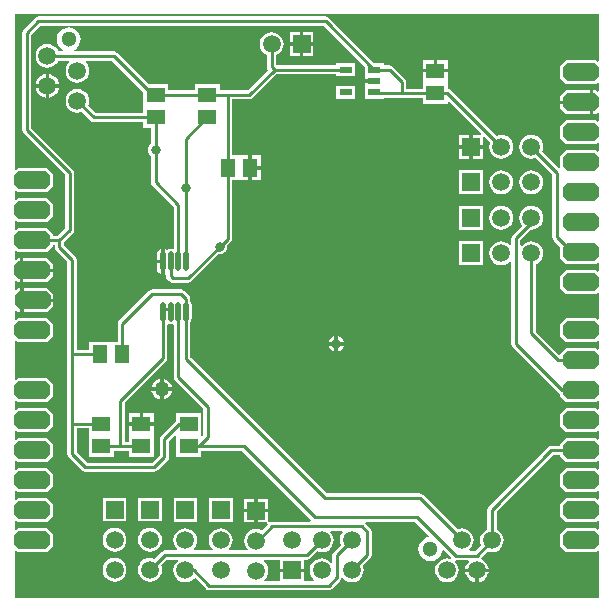
<source format=gbl>
%FSAX42Y42*%
%MOMM*%
G71*
G01*
G75*
G04 Layer_Physical_Order=2*
G04 Layer_Color=16711680*
%ADD10R,0.80X0.33*%
%ADD11R,0.33X0.80*%
%ADD12R,1.30X1.60*%
%ADD13R,1.60X1.30*%
%ADD14C,0.24*%
%ADD15C,0.25*%
G04:AMPARAMS|DCode=16|XSize=3mm|YSize=1.5mm|CornerRadius=0mm|HoleSize=0mm|Usage=FLASHONLY|Rotation=0.000|XOffset=0mm|YOffset=0mm|HoleType=Round|Shape=Octagon|*
%AMOCTAGOND16*
4,1,8,1.50,-0.38,1.50,0.38,1.13,0.75,-1.13,0.75,-1.50,0.38,-1.50,-0.38,-1.13,-0.75,1.13,-0.75,1.50,-0.38,0.0*
%
%ADD16OCTAGOND16*%

%ADD17C,1.50*%
%ADD18C,1.30*%
%ADD19R,1.50X1.50*%
%ADD20R,1.50X1.50*%
%ADD21C,0.80*%
%ADD22C,1.27*%
%ADD23O,0.48X1.65*%
%ADD24R,1.10X0.60*%
G36*
X007473Y007074D02*
X007461Y007069D01*
X007448Y007082D01*
X007198D01*
X007148Y007031D01*
Y006931D01*
X007198Y006881D01*
X007448D01*
X007461Y006894D01*
X007473Y006889D01*
Y006820D01*
X007461Y006815D01*
X007448Y006828D01*
X007428D01*
Y006727D01*
Y006627D01*
X007448D01*
X007461Y006640D01*
X007473Y006635D01*
Y006566D01*
X007461Y006561D01*
X007448Y006574D01*
X007198D01*
X007148Y006523D01*
Y006423D01*
X007198Y006373D01*
X007448D01*
X007461Y006386D01*
X007473Y006381D01*
Y006312D01*
X007461Y006307D01*
X007448Y006320D01*
X007198D01*
X007148Y006269D01*
Y006174D01*
X007136Y006169D01*
X006993Y006312D01*
X006998Y006324D01*
X007001Y006350D01*
X006998Y006376D01*
X006988Y006401D01*
X006972Y006422D01*
X006951Y006438D01*
X006926Y006448D01*
X006900Y006451D01*
X006874Y006448D01*
X006849Y006438D01*
X006828Y006422D01*
X006812Y006401D01*
X006802Y006376D01*
X006799Y006350D01*
X006802Y006324D01*
X006812Y006299D01*
X006828Y006278D01*
X006849Y006262D01*
X006874Y006252D01*
X006900Y006249D01*
X006926Y006252D01*
X006938Y006257D01*
X007081Y006114D01*
Y005583D01*
X007084Y005568D01*
X007093Y005555D01*
X007148Y005500D01*
Y005407D01*
X007198Y005357D01*
X007448D01*
X007461Y005370D01*
X007473Y005365D01*
Y005296D01*
X007461Y005291D01*
X007448Y005304D01*
X007198D01*
X007148Y005253D01*
Y005153D01*
X007198Y005103D01*
X007448D01*
X007461Y005116D01*
X007473Y005111D01*
Y004889D01*
X007461Y004884D01*
X007448Y004897D01*
X007198D01*
X007148Y004847D01*
Y004747D01*
X007198Y004696D01*
X007448D01*
X007461Y004709D01*
X007473Y004704D01*
Y004635D01*
X007461Y004630D01*
X007448Y004643D01*
X007198D01*
X007148Y004593D01*
Y004593D01*
X007136Y004588D01*
X006938Y004786D01*
Y005357D01*
X006951Y005362D01*
X006972Y005378D01*
X006988Y005399D01*
X006998Y005424D01*
X007001Y005450D01*
X006998Y005476D01*
X006988Y005501D01*
X006972Y005522D01*
X006951Y005538D01*
X006926Y005548D01*
X006900Y005551D01*
X006874Y005548D01*
X006849Y005538D01*
X006828Y005522D01*
X006821Y005512D01*
X006809Y005516D01*
Y005559D01*
X006899Y005649D01*
X006900Y005649D01*
X006926Y005652D01*
X006951Y005662D01*
X006972Y005678D01*
X006988Y005699D01*
X006998Y005724D01*
X007001Y005750D01*
X006998Y005776D01*
X006988Y005801D01*
X006972Y005822D01*
X006951Y005838D01*
X006926Y005848D01*
X006900Y005851D01*
X006874Y005848D01*
X006849Y005838D01*
X006828Y005822D01*
X006812Y005801D01*
X006802Y005776D01*
X006799Y005750D01*
X006802Y005724D01*
X006812Y005699D01*
X006824Y005684D01*
X006743Y005602D01*
X006734Y005590D01*
X006731Y005575D01*
Y005524D01*
X006719Y005520D01*
X006718Y005522D01*
X006697Y005538D01*
X006672Y005548D01*
X006646Y005551D01*
X006620Y005548D01*
X006595Y005538D01*
X006574Y005522D01*
X006558Y005501D01*
X006548Y005476D01*
X006545Y005450D01*
X006548Y005424D01*
X006558Y005399D01*
X006574Y005378D01*
X006595Y005362D01*
X006620Y005352D01*
X006646Y005349D01*
X006672Y005352D01*
X006697Y005362D01*
X006718Y005378D01*
X006719Y005380D01*
X006731Y005376D01*
Y004683D01*
X006731Y004683D01*
X006731D01*
X006734Y004668D01*
X006743Y004655D01*
X007136Y004261D01*
D01*
X007136D01*
Y004261D01*
D01*
X007136D01*
Y004261D01*
X007136D01*
X007136Y004261D01*
Y004261D01*
X007136Y004261D01*
Y004261D01*
X007148Y004254D01*
Y004239D01*
X007198Y004188D01*
X007448D01*
X007461Y004201D01*
X007473Y004196D01*
Y004127D01*
X007461Y004122D01*
X007448Y004135D01*
X007198D01*
X007148Y004085D01*
Y003985D01*
X007198Y003934D01*
X007448D01*
X007461Y003947D01*
X007473Y003942D01*
Y003873D01*
X007461Y003868D01*
X007448Y003881D01*
X007198D01*
X007148Y003831D01*
Y003820D01*
X007071D01*
X007056Y003817D01*
X007043Y003808D01*
X006541Y003306D01*
X006533Y003293D01*
X006530Y003278D01*
Y003112D01*
X006518Y003107D01*
X006497Y003091D01*
X006481Y003070D01*
X006471Y003045D01*
X006467Y003019D01*
X006471Y002993D01*
X006476Y002981D01*
X006423Y002929D01*
X006382D01*
X006378Y002941D01*
X006386Y002947D01*
X006402Y002968D01*
X006412Y002993D01*
X006416Y003019D01*
X006412Y003045D01*
X006402Y003070D01*
X006386Y003091D01*
X006365Y003107D01*
X006341Y003117D01*
X006315Y003120D01*
X006288Y003117D01*
X006277Y003112D01*
X005983Y003405D01*
X005971Y003413D01*
X005956Y003416D01*
X005171D01*
X004016Y004571D01*
Y004866D01*
X004024Y004877D01*
X004028Y004897D01*
Y005013D01*
X004024Y005033D01*
X004016Y005044D01*
Y005065D01*
X004013Y005080D01*
X004005Y005092D01*
X003965Y005132D01*
X003952Y005141D01*
X003938Y005144D01*
X003692D01*
X003678Y005141D01*
X003665Y005132D01*
X003413Y004880D01*
X003404Y004867D01*
X003401Y004853D01*
Y004700D01*
X003350D01*
D01*
D01*
X003350Y004700D01*
X003340D01*
Y004700D01*
X003160D01*
Y004634D01*
X003051D01*
Y005395D01*
X003048Y005410D01*
X003040Y005422D01*
X002945Y005517D01*
Y005543D01*
X003022Y005620D01*
X003031Y005633D01*
X003031Y005633D01*
X003031Y005633D01*
X003034Y005647D01*
Y006128D01*
X003031Y006142D01*
X003022Y006155D01*
X002669Y006509D01*
Y007301D01*
X002744Y007376D01*
X005144D01*
X005492Y007028D01*
Y006947D01*
Y006922D01*
X005572D01*
Y006893D01*
X005492D01*
Y006852D01*
Y006757D01*
X005653D01*
Y006766D01*
X005985D01*
Y006715D01*
X006195D01*
Y006729D01*
X006207Y006734D01*
X006479Y006462D01*
X006474Y006450D01*
X006407D01*
Y006365D01*
X006492D01*
Y006432D01*
X006504Y006437D01*
X006553Y006388D01*
X006548Y006376D01*
X006545Y006350D01*
X006548Y006324D01*
X006558Y006299D01*
X006574Y006278D01*
X006595Y006262D01*
X006620Y006252D01*
X006646Y006249D01*
X006672Y006252D01*
X006697Y006262D01*
X006718Y006278D01*
X006734Y006299D01*
X006744Y006324D01*
X006747Y006350D01*
X006744Y006376D01*
X006734Y006401D01*
X006718Y006422D01*
X006697Y006438D01*
X006672Y006448D01*
X006646Y006451D01*
X006620Y006448D01*
X006608Y006443D01*
X006218Y006832D01*
X006206Y006841D01*
X006195Y006843D01*
Y006895D01*
D01*
Y006895D01*
X006195Y006895D01*
Y006905D01*
X006195D01*
Y006980D01*
X005985D01*
Y006905D01*
X005985Y006905D01*
X005985Y006895D01*
X005985D01*
Y006844D01*
X005844D01*
Y006900D01*
X005841Y006912D01*
X005841Y006915D01*
X005832Y006927D01*
X005730Y007030D01*
X005717Y007038D01*
X005703Y007041D01*
X005653D01*
Y007058D01*
X005572D01*
X005187Y007442D01*
X005175Y007451D01*
X005160Y007454D01*
X002727D01*
X002713Y007451D01*
X002700Y007442D01*
X002603Y007345D01*
X002594Y007332D01*
X002591Y007318D01*
Y006493D01*
X002591Y006493D01*
X002591D01*
X002594Y006478D01*
X002603Y006465D01*
X002956Y006111D01*
Y005664D01*
X002890Y005598D01*
X002852D01*
Y005609D01*
X002802Y005659D01*
X002552D01*
X002539Y005646D01*
X002527Y005651D01*
Y005720D01*
X002539Y005725D01*
X002552Y005712D01*
X002802D01*
X002852Y005763D01*
Y005863D01*
X002802Y005913D01*
X002552D01*
X002539Y005900D01*
X002527Y005905D01*
Y005974D01*
X002539Y005979D01*
X002552Y005966D01*
X002802D01*
X002852Y006017D01*
Y006117D01*
X002802Y006167D01*
X002552D01*
X002539Y006154D01*
X002527Y006159D01*
Y007473D01*
X007473D01*
Y007074D01*
D02*
G37*
G36*
X003847Y004846D02*
X003864Y004849D01*
X003874Y004841D01*
Y004403D01*
X003874Y004403D01*
X003874D01*
X003877Y004388D01*
X003885Y004375D01*
X004126Y004134D01*
Y003909D01*
X004117Y003900D01*
X004105Y003904D01*
Y003905D01*
D01*
Y003905D01*
X004105Y003905D01*
Y003915D01*
X004105D01*
Y004095D01*
X003895D01*
Y004032D01*
X003768Y003905D01*
X003759Y003892D01*
X003756Y003878D01*
Y003739D01*
X003694Y003676D01*
X003139D01*
X003051Y003764D01*
Y003966D01*
X003155D01*
Y003915D01*
X003155Y003915D01*
X003155Y003905D01*
X003155D01*
Y003725D01*
X003365D01*
Y003776D01*
X003495D01*
Y003725D01*
X003705D01*
Y003905D01*
D01*
Y003905D01*
X003705Y003905D01*
Y003915D01*
X003705D01*
Y003990D01*
X003495D01*
Y003915D01*
X003495Y003915D01*
X003495Y003905D01*
X003495D01*
Y003854D01*
X003461D01*
Y004184D01*
X003810Y004533D01*
X003818Y004545D01*
X003819Y004548D01*
X003821Y004560D01*
Y004841D01*
X003831Y004849D01*
X003847Y004846D01*
D02*
G37*
G36*
X002867Y005501D02*
X002870Y005486D01*
X002879Y005474D01*
X002974Y005379D01*
Y003747D01*
X002974Y003747D01*
X002974D01*
X002977Y003733D01*
X002985Y003720D01*
X003095Y003610D01*
X003095D01*
X003095Y003610D01*
X003095D01*
X003095Y003610D01*
Y003610D01*
X003095Y003610D01*
Y003610D01*
X003108Y003602D01*
X003123Y003599D01*
X003710D01*
X003725Y003602D01*
X003737Y003610D01*
X003822Y003695D01*
X003831Y003708D01*
X003834Y003722D01*
X003834Y003722D01*
X003834Y003722D01*
Y003722D01*
Y003861D01*
X003883Y003910D01*
X003895Y003906D01*
Y003905D01*
X003895D01*
Y003725D01*
X004105D01*
Y003776D01*
X004449D01*
X005037Y003188D01*
X005032Y003176D01*
X004705D01*
X004690Y003173D01*
X004685Y003170D01*
X004678Y003173D01*
X004678Y003173D01*
X004673Y003176D01*
Y003256D01*
X004588D01*
Y003170D01*
X004666D01*
X004668Y003165D01*
D01*
X004671Y003158D01*
X004619Y003106D01*
X004599Y003114D01*
X004573Y003118D01*
X004547Y003114D01*
X004522Y003104D01*
X004501Y003088D01*
X004485Y003067D01*
X004475Y003043D01*
X004472Y003017D01*
X004475Y002990D01*
X004485Y002966D01*
X004501Y002945D01*
X004496Y002934D01*
X004347D01*
X004343Y002946D01*
X004345Y002947D01*
X004361Y002968D01*
X004371Y002993D01*
X004374Y003019D01*
X004371Y003045D01*
X004361Y003070D01*
X004345Y003091D01*
X004324Y003107D01*
X004299Y003117D01*
X004273Y003120D01*
X004247Y003117D01*
X004222Y003107D01*
X004201Y003091D01*
X004185Y003070D01*
X004175Y003045D01*
X004172Y003019D01*
X004175Y002993D01*
X004185Y002968D01*
X004201Y002947D01*
X004203Y002946D01*
X004199Y002934D01*
X004047D01*
X004043Y002946D01*
X004045Y002947D01*
X004061Y002968D01*
X004071Y002993D01*
X004074Y003019D01*
X004071Y003045D01*
X004061Y003070D01*
X004045Y003091D01*
X004024Y003107D01*
X003999Y003117D01*
X003973Y003120D01*
X003947Y003117D01*
X003922Y003107D01*
X003901Y003091D01*
X003885Y003070D01*
X003875Y003045D01*
X003872Y003019D01*
X003875Y002993D01*
X003885Y002968D01*
X003901Y002947D01*
X003903Y002946D01*
X003899Y002934D01*
X003798D01*
X003783Y002931D01*
X003771Y002922D01*
X003711Y002863D01*
X003699Y002868D01*
X003673Y002871D01*
X003647Y002868D01*
X003622Y002858D01*
X003601Y002842D01*
X003585Y002821D01*
X003575Y002796D01*
X003572Y002770D01*
X003575Y002744D01*
X003585Y002719D01*
X003601Y002698D01*
X003622Y002682D01*
X003647Y002672D01*
X003673Y002669D01*
X003699Y002672D01*
X003724Y002682D01*
X003745Y002698D01*
X003761Y002719D01*
X003771Y002744D01*
X003774Y002770D01*
X003771Y002796D01*
X003766Y002808D01*
X003814Y002856D01*
X003907D01*
X003911Y002844D01*
X003901Y002837D01*
X003885Y002816D01*
X003875Y002791D01*
X003872Y002765D01*
X003875Y002739D01*
X003885Y002714D01*
X003901Y002693D01*
X003922Y002677D01*
X003947Y002667D01*
X003973Y002664D01*
X003999Y002667D01*
X004024Y002677D01*
X004045Y002693D01*
X004046Y002695D01*
X004059Y002696D01*
X004148Y002608D01*
X004160Y002599D01*
X004175Y002596D01*
X005185D01*
X005200Y002599D01*
X005212Y002608D01*
X005282Y002678D01*
X005291Y002690D01*
X005292Y002697D01*
X005305Y002700D01*
X005309Y002693D01*
X005330Y002677D01*
X005355Y002667D01*
X005381Y002664D01*
X005407Y002667D01*
X005432Y002677D01*
X005453Y002693D01*
X005469Y002714D01*
X005479Y002739D01*
X005482Y002765D01*
X005479Y002791D01*
X005474Y002803D01*
X005537Y002866D01*
X005546Y002879D01*
X005549Y002894D01*
Y003092D01*
X005546Y003107D01*
X005537Y003120D01*
X005496Y003162D01*
X005500Y003174D01*
X005921D01*
X006038Y003057D01*
X006034Y003045D01*
X006021Y003043D01*
X005997Y003033D01*
X005976Y003017D01*
X005960Y002996D01*
X005950Y002971D01*
X005946Y002945D01*
X005950Y002919D01*
X005960Y002894D01*
X005976Y002873D01*
X005997Y002857D01*
X006021Y002847D01*
X006047Y002844D01*
X006074Y002847D01*
X006098Y002857D01*
X006119Y002873D01*
X006135Y002894D01*
X006145Y002919D01*
X006147Y002932D01*
X006159Y002936D01*
X006222Y002873D01*
X006215Y002862D01*
X006214Y002863D01*
X006188Y002866D01*
X006161Y002863D01*
X006137Y002853D01*
X006116Y002837D01*
X006100Y002816D01*
X006090Y002791D01*
X006086Y002765D01*
X006090Y002739D01*
X006100Y002714D01*
X006116Y002693D01*
X006137Y002677D01*
X006161Y002667D01*
X006188Y002664D01*
X006214Y002667D01*
X006238Y002677D01*
X006259Y002693D01*
X006275Y002714D01*
X006285Y002739D01*
X006289Y002765D01*
X006285Y002791D01*
X006275Y002816D01*
X006259Y002837D01*
X006257Y002838D01*
X006260Y002851D01*
X006369D01*
X006373Y002839D01*
X006370Y002837D01*
X006354Y002816D01*
X006344Y002791D01*
X006342Y002780D01*
X006541D01*
X006539Y002791D01*
X006529Y002816D01*
X006513Y002837D01*
X006492Y002853D01*
X006478Y002859D01*
X006475Y002871D01*
X006531Y002926D01*
X006542Y002921D01*
X006568Y002918D01*
X006595Y002921D01*
X006619Y002931D01*
X006640Y002947D01*
X006656Y002968D01*
X006666Y002993D01*
X006670Y003019D01*
X006666Y003045D01*
X006656Y003070D01*
X006640Y003091D01*
X006619Y003107D01*
X006607Y003112D01*
Y003262D01*
X007087Y003742D01*
X007148D01*
Y003731D01*
X007198Y003680D01*
X007448D01*
X007461Y003693D01*
X007473Y003688D01*
Y003619D01*
X007461Y003614D01*
X007448Y003627D01*
X007198D01*
X007148Y003577D01*
Y003477D01*
X007198Y003426D01*
X007448D01*
X007461Y003439D01*
X007473Y003434D01*
Y003365D01*
X007461Y003360D01*
X007448Y003373D01*
X007198D01*
X007148Y003323D01*
Y003223D01*
X007198Y003172D01*
X007448D01*
X007461Y003185D01*
X007473Y003180D01*
Y003111D01*
X007461Y003106D01*
X007448Y003119D01*
X007198D01*
X007148Y003069D01*
Y002969D01*
X007198Y002918D01*
X007448D01*
X007461Y002931D01*
X007473Y002926D01*
Y002527D01*
X002527D01*
Y002926D01*
X002539Y002931D01*
X002552Y002918D01*
X002802D01*
X002852Y002969D01*
Y003069D01*
X002802Y003119D01*
X002552D01*
X002539Y003106D01*
X002527Y003111D01*
Y003180D01*
X002539Y003185D01*
X002552Y003172D01*
X002802D01*
X002852Y003223D01*
Y003323D01*
X002802Y003373D01*
X002552D01*
X002539Y003360D01*
X002527Y003365D01*
Y003434D01*
X002539Y003439D01*
X002552Y003426D01*
X002802D01*
X002852Y003477D01*
Y003577D01*
X002802Y003627D01*
X002552D01*
X002539Y003614D01*
X002527Y003619D01*
Y003688D01*
X002539Y003693D01*
X002552Y003680D01*
X002802D01*
X002852Y003731D01*
Y003831D01*
X002802Y003881D01*
X002552D01*
X002539Y003868D01*
X002527Y003873D01*
Y003942D01*
X002539Y003947D01*
X002552Y003934D01*
X002802D01*
X002852Y003985D01*
Y004085D01*
X002802Y004135D01*
X002552D01*
X002539Y004122D01*
X002527Y004127D01*
Y004196D01*
X002539Y004201D01*
X002552Y004188D01*
X002802D01*
X002852Y004239D01*
Y004339D01*
X002802Y004389D01*
X002552D01*
X002539Y004376D01*
X002527Y004381D01*
Y004704D01*
X002539Y004709D01*
X002552Y004696D01*
X002802D01*
X002852Y004747D01*
Y004847D01*
X002802Y004897D01*
X002552D01*
X002539Y004884D01*
X002527Y004889D01*
Y004961D01*
X002539Y004966D01*
X002554Y004950D01*
X002575D01*
Y005051D01*
Y005151D01*
X002554D01*
X002539Y005136D01*
X002527Y005141D01*
Y005212D01*
X002539Y005217D01*
X002552Y005204D01*
X002572D01*
Y005305D01*
Y005405D01*
X002552D01*
X002539Y005392D01*
X002527Y005397D01*
Y005466D01*
X002539Y005471D01*
X002552Y005458D01*
X002802D01*
X002852Y005509D01*
Y005520D01*
X002867D01*
Y005501D01*
D02*
G37*
G36*
X005307Y003087D02*
X005293Y003069D01*
X005283Y003045D01*
X005280Y003019D01*
X005283Y002993D01*
X005288Y002981D01*
X005228Y002920D01*
X005219Y002908D01*
X005216Y002893D01*
Y002833D01*
X005204Y002829D01*
X005199Y002836D01*
X005178Y002852D01*
X005153Y002863D01*
X005127Y002866D01*
X005101Y002863D01*
X005076Y002852D01*
X005055Y002836D01*
X005039Y002815D01*
X005029Y002791D01*
X005026Y002765D01*
X005029Y002739D01*
X005039Y002714D01*
X005055Y002693D01*
X005065Y002686D01*
X005061Y002674D01*
X004973D01*
Y002750D01*
X004773D01*
Y002674D01*
X004642D01*
X004638Y002686D01*
X004645Y002691D01*
X004661Y002712D01*
X004671Y002736D01*
X004674Y002762D01*
X004671Y002789D01*
X004661Y002813D01*
X004645Y002834D01*
X004632Y002844D01*
X004636Y002856D01*
X004773D01*
Y002780D01*
X004973D01*
Y002856D01*
X005003D01*
X005018Y002859D01*
X005031Y002868D01*
X005089Y002926D01*
X005101Y002921D01*
X005127Y002918D01*
X005153Y002921D01*
X005178Y002931D01*
X005199Y002947D01*
X005215Y002968D01*
X005225Y002993D01*
X005228Y003019D01*
X005225Y003045D01*
X005215Y003069D01*
X005201Y003087D01*
X005207Y003099D01*
X005301D01*
X005307Y003087D01*
D02*
G37*
%LPC*%
G36*
X003788Y004388D02*
Y004315D01*
X003860D01*
X003859Y004323D01*
X003850Y004345D01*
X003836Y004363D01*
X003817Y004378D01*
X003796Y004387D01*
X003788Y004388D01*
D02*
G37*
G36*
X005235Y004667D02*
X005186D01*
X005186Y004665D01*
X005193Y004650D01*
X005203Y004636D01*
X005217Y004625D01*
X005233Y004619D01*
X005235Y004619D01*
Y004667D01*
D02*
G37*
G36*
X005314D02*
X005265D01*
Y004619D01*
X005267Y004619D01*
X005283Y004625D01*
X005297Y004636D01*
X005307Y004650D01*
X005314Y004665D01*
X005314Y004667D01*
D02*
G37*
G36*
X003758Y004285D02*
X003685D01*
X003686Y004277D01*
X003695Y004255D01*
X003709Y004237D01*
X003728Y004222D01*
X003749Y004213D01*
X003758Y004212D01*
Y004285D01*
D02*
G37*
G36*
X003860D02*
X003788D01*
Y004212D01*
X003796Y004213D01*
X003817Y004222D01*
X003836Y004237D01*
X003850Y004255D01*
X003859Y004277D01*
X003860Y004285D01*
D02*
G37*
G36*
X003758Y004388D02*
X003749Y004387D01*
X003728Y004378D01*
X003709Y004363D01*
X003695Y004345D01*
X003686Y004323D01*
X003685Y004315D01*
X003758D01*
Y004388D01*
D02*
G37*
G36*
X002855Y005036D02*
X002605D01*
Y004950D01*
X002805D01*
X002855Y005001D01*
Y005036D01*
D02*
G37*
G36*
X002805Y005151D02*
X002605D01*
Y005066D01*
X002855D01*
Y005101D01*
X002805Y005151D01*
D02*
G37*
G36*
X002852Y005290D02*
X002602D01*
Y005204D01*
X002802D01*
X002852Y005255D01*
Y005290D01*
D02*
G37*
G36*
X005235Y004746D02*
X005233Y004746D01*
X005217Y004740D01*
X005203Y004729D01*
X005193Y004715D01*
X005186Y004700D01*
X005186Y004697D01*
X005235D01*
Y004746D01*
D02*
G37*
G36*
X005265D02*
Y004697D01*
X005314D01*
X005314Y004700D01*
X005307Y004715D01*
X005297Y004729D01*
X005283Y004740D01*
X005267Y004746D01*
X005265Y004746D01*
D02*
G37*
G36*
X006426Y002750D02*
X006342D01*
X006344Y002739D01*
X006354Y002714D01*
X006370Y002693D01*
X006391Y002677D01*
X006415Y002667D01*
X006426Y002666D01*
Y002750D01*
D02*
G37*
G36*
X003705Y004095D02*
X003615D01*
Y004020D01*
X003705D01*
Y004095D01*
D02*
G37*
G36*
X003373Y002871D02*
X003347Y002868D01*
X003322Y002858D01*
X003301Y002842D01*
X003285Y002821D01*
X003275Y002796D01*
X003272Y002770D01*
X003275Y002744D01*
X003285Y002719D01*
X003301Y002698D01*
X003322Y002682D01*
X003347Y002672D01*
X003373Y002669D01*
X003399Y002672D01*
X003424Y002682D01*
X003445Y002698D01*
X003461Y002719D01*
X003471Y002744D01*
X003474Y002770D01*
X003471Y002796D01*
X003461Y002821D01*
X003445Y002842D01*
X003424Y002858D01*
X003399Y002868D01*
X003373Y002871D01*
D02*
G37*
G36*
X004073Y003373D02*
X003873D01*
Y003173D01*
X004073D01*
Y003373D01*
D02*
G37*
G36*
X004373D02*
X004173D01*
Y003173D01*
X004373D01*
Y003373D01*
D02*
G37*
G36*
X003373Y003125D02*
X003347Y003122D01*
X003322Y003112D01*
X003301Y003096D01*
X003285Y003075D01*
X003275Y003050D01*
X003272Y003024D01*
X003275Y002998D01*
X003285Y002973D01*
X003301Y002952D01*
X003322Y002936D01*
X003347Y002926D01*
X003373Y002923D01*
X003399Y002926D01*
X003424Y002936D01*
X003445Y002952D01*
X003461Y002973D01*
X003471Y002998D01*
X003474Y003024D01*
X003471Y003050D01*
X003461Y003075D01*
X003445Y003096D01*
X003424Y003112D01*
X003399Y003122D01*
X003373Y003125D01*
D02*
G37*
G36*
X003673D02*
X003647Y003122D01*
X003622Y003112D01*
X003601Y003096D01*
X003585Y003075D01*
X003575Y003050D01*
X003572Y003024D01*
X003575Y002998D01*
X003585Y002973D01*
X003601Y002952D01*
X003622Y002936D01*
X003647Y002926D01*
X003673Y002923D01*
X003699Y002926D01*
X003724Y002936D01*
X003745Y002952D01*
X003761Y002973D01*
X003771Y002998D01*
X003774Y003024D01*
X003771Y003050D01*
X003761Y003075D01*
X003745Y003096D01*
X003724Y003112D01*
X003699Y003122D01*
X003673Y003125D01*
D02*
G37*
G36*
X004558Y003256D02*
X004473D01*
Y003170D01*
X004558D01*
Y003256D01*
D02*
G37*
G36*
X004673Y003371D02*
X004588D01*
Y003285D01*
X004673D01*
Y003371D01*
D02*
G37*
G36*
X006541Y002750D02*
X006457D01*
Y002666D01*
X006468Y002667D01*
X006492Y002677D01*
X006513Y002693D01*
X006529Y002714D01*
X006539Y002739D01*
X006541Y002750D01*
D02*
G37*
G36*
X003585Y004095D02*
X003495D01*
Y004020D01*
X003585D01*
Y004095D01*
D02*
G37*
G36*
X003473Y003378D02*
X003273D01*
Y003178D01*
X003473D01*
Y003378D01*
D02*
G37*
G36*
X003773D02*
X003573D01*
Y003178D01*
X003773D01*
Y003378D01*
D02*
G37*
G36*
X004558Y003371D02*
X004473D01*
Y003285D01*
X004558D01*
Y003371D01*
D02*
G37*
G36*
X003767Y005365D02*
X003732D01*
Y005322D01*
X003736Y005302D01*
X003747Y005286D01*
X003763Y005275D01*
X003767Y005274D01*
Y005365D01*
D02*
G37*
G36*
X002904Y006851D02*
X002820D01*
Y006767D01*
X002831Y006768D01*
X002856Y006778D01*
X002877Y006794D01*
X002893Y006815D01*
X002903Y006840D01*
X002904Y006851D01*
D02*
G37*
G36*
X002790Y006965D02*
X002779Y006964D01*
X002754Y006954D01*
X002733Y006938D01*
X002717Y006917D01*
X002707Y006892D01*
X002706Y006881D01*
X002790D01*
Y006965D01*
D02*
G37*
G36*
X002820D02*
Y006881D01*
X002904D01*
X002903Y006892D01*
X002893Y006917D01*
X002877Y006938D01*
X002856Y006954D01*
X002831Y006964D01*
X002820Y006965D01*
D02*
G37*
G36*
X007398Y006828D02*
X007198D01*
X007148Y006777D01*
Y006742D01*
X007398D01*
Y006828D01*
D02*
G37*
G36*
X005413Y006868D02*
X005252D01*
Y006757D01*
X005413D01*
Y006868D01*
D02*
G37*
G36*
X002790Y006851D02*
X002706D01*
X002707Y006840D01*
X002717Y006815D01*
X002733Y006794D01*
X002754Y006778D01*
X002779Y006768D01*
X002790Y006767D01*
Y006851D01*
D02*
G37*
G36*
X006075Y007085D02*
X005985D01*
Y007010D01*
X006075D01*
Y007085D01*
D02*
G37*
G36*
X002985Y007361D02*
X002959Y007358D01*
X002934Y007348D01*
X002913Y007332D01*
X002897Y007311D01*
X002887Y007286D01*
X002884Y007260D01*
X002887Y007234D01*
X002897Y007209D01*
X002913Y007188D01*
X002934Y007172D01*
X002937Y007171D01*
X002934Y007159D01*
X002898D01*
X002893Y007171D01*
X002877Y007192D01*
X002856Y007208D01*
X002831Y007218D01*
X002805Y007221D01*
X002779Y007218D01*
X002754Y007208D01*
X002733Y007192D01*
X002717Y007171D01*
X002707Y007146D01*
X002704Y007120D01*
X002707Y007094D01*
X002717Y007069D01*
X002733Y007048D01*
X002754Y007032D01*
X002779Y007022D01*
X002805Y007019D01*
X002831Y007022D01*
X002856Y007032D01*
X002877Y007048D01*
X002893Y007069D01*
X002898Y007081D01*
X002989D01*
X002993Y007069D01*
X002987Y007065D01*
X002971Y007044D01*
X002961Y007019D01*
X002958Y006993D01*
X002961Y006967D01*
X002971Y006942D01*
X002987Y006921D01*
X003008Y006905D01*
X003033Y006895D01*
X003059Y006892D01*
X003085Y006895D01*
X003110Y006905D01*
X003131Y006921D01*
X003147Y006942D01*
X003157Y006967D01*
X003160Y006993D01*
X003157Y007019D01*
X003147Y007044D01*
X003131Y007065D01*
X003125Y007069D01*
X003129Y007081D01*
X003351D01*
X003615Y006818D01*
Y006700D01*
X003615Y006700D01*
X003615Y006690D01*
X003615D01*
Y006639D01*
X003214D01*
X003152Y006701D01*
X003157Y006713D01*
X003160Y006739D01*
X003157Y006765D01*
X003147Y006790D01*
X003131Y006811D01*
X003110Y006827D01*
X003085Y006837D01*
X003059Y006840D01*
X003033Y006837D01*
X003008Y006827D01*
X002987Y006811D01*
X002971Y006790D01*
X002961Y006765D01*
X002958Y006739D01*
X002961Y006713D01*
X002971Y006688D01*
X002987Y006667D01*
X003008Y006651D01*
X003033Y006641D01*
X003059Y006638D01*
X003085Y006641D01*
X003097Y006646D01*
X003171Y006573D01*
X003171D01*
X003171Y006573D01*
X003171D01*
X003171Y006573D01*
Y006573D01*
X003171Y006573D01*
Y006573D01*
X003183Y006564D01*
X003198Y006561D01*
X003615D01*
Y006510D01*
X003681D01*
Y006378D01*
X003673Y006372D01*
X003663Y006358D01*
X003656Y006342D01*
X003654Y006325D01*
X003656Y006308D01*
X003663Y006292D01*
X003673Y006278D01*
X003681Y006272D01*
Y006053D01*
X003681Y006053D01*
X003681D01*
X003684Y006038D01*
X003693Y006025D01*
X003874Y005843D01*
Y005494D01*
X003865Y005485D01*
X003847Y005489D01*
X003828Y005485D01*
X003815Y005476D01*
X003802Y005485D01*
X003797Y005486D01*
Y005440D01*
X003797Y005438D01*
Y005380D01*
Y005322D01*
X003797Y005320D01*
Y005274D01*
X003799Y005274D01*
X003809Y005266D01*
D01*
X003809Y005255D01*
X003809Y005255D01*
X003809D01*
X003812Y005240D01*
X003820Y005228D01*
X003838Y005210D01*
X003850Y005202D01*
X003853Y005201D01*
X003865Y005199D01*
X003995D01*
X004010Y005202D01*
X004022Y005210D01*
X004253Y005440D01*
X004262Y005439D01*
X004280Y005441D01*
X004295Y005448D01*
X004309Y005458D01*
X004320Y005472D01*
X004326Y005488D01*
X004328Y005505D01*
X004327Y005515D01*
X004357Y005545D01*
X004366Y005558D01*
X004369Y005572D01*
Y005572D01*
D01*
Y006067D01*
X004420D01*
Y006067D01*
X004420D01*
X004420Y006067D01*
X004430D01*
Y006067D01*
X004505D01*
Y006172D01*
Y006278D01*
X004430D01*
D01*
D01*
X004430Y006278D01*
X004420D01*
Y006278D01*
X004369D01*
Y006751D01*
X004515D01*
X004530Y006754D01*
X004542Y006763D01*
X004744Y006964D01*
X005252D01*
Y006947D01*
X005413D01*
Y007058D01*
X005252D01*
Y007041D01*
X004744D01*
X004741Y007044D01*
Y007127D01*
X004753Y007132D01*
X004774Y007148D01*
X004790Y007169D01*
X004800Y007194D01*
X004804Y007220D01*
X004800Y007246D01*
X004790Y007271D01*
X004774Y007292D01*
X004753Y007308D01*
X004729Y007318D01*
X004703Y007321D01*
X004676Y007318D01*
X004652Y007308D01*
X004631Y007292D01*
X004615Y007271D01*
X004605Y007246D01*
X004601Y007220D01*
X004605Y007194D01*
X004615Y007169D01*
X004631Y007148D01*
X004652Y007132D01*
X004664Y007127D01*
Y007028D01*
X004667Y007013D01*
X004673Y007003D01*
X004499Y006829D01*
X004265D01*
Y006880D01*
X004055D01*
Y006829D01*
X003825D01*
Y006880D01*
X003662D01*
X003395Y007147D01*
X003382Y007156D01*
X003367Y007159D01*
X003036D01*
X003033Y007171D01*
X003036Y007172D01*
X003057Y007188D01*
X003073Y007209D01*
X003083Y007234D01*
X003086Y007260D01*
X003083Y007286D01*
X003073Y007311D01*
X003057Y007332D01*
X003036Y007348D01*
X003011Y007358D01*
X002985Y007361D01*
D02*
G37*
G36*
X004942Y007320D02*
X004856D01*
Y007235D01*
X004942D01*
Y007320D01*
D02*
G37*
G36*
X005057D02*
X004972D01*
Y007235D01*
X005057D01*
Y007320D01*
D02*
G37*
G36*
X006195Y007085D02*
X006105D01*
Y007010D01*
X006195D01*
Y007085D01*
D02*
G37*
G36*
X004942Y007205D02*
X004856D01*
Y007120D01*
X004942D01*
Y007205D01*
D02*
G37*
G36*
X005057D02*
X004972D01*
Y007120D01*
X005057D01*
Y007205D01*
D02*
G37*
G36*
X007398Y006712D02*
X007148D01*
Y006677D01*
X007198Y006627D01*
X007398D01*
Y006712D01*
D02*
G37*
G36*
X006646Y005851D02*
X006620Y005848D01*
X006595Y005838D01*
X006574Y005822D01*
X006558Y005801D01*
X006548Y005776D01*
X006545Y005750D01*
X006548Y005724D01*
X006558Y005699D01*
X006574Y005678D01*
X006595Y005662D01*
X006620Y005652D01*
X006646Y005649D01*
X006672Y005652D01*
X006697Y005662D01*
X006718Y005678D01*
X006734Y005699D01*
X006744Y005724D01*
X006747Y005750D01*
X006744Y005776D01*
X006734Y005801D01*
X006718Y005822D01*
X006697Y005838D01*
X006672Y005848D01*
X006646Y005851D01*
D02*
G37*
G36*
X006492Y005850D02*
X006292D01*
Y005650D01*
X006492D01*
Y005850D01*
D02*
G37*
G36*
X006646Y006151D02*
X006620Y006148D01*
X006595Y006138D01*
X006574Y006122D01*
X006558Y006101D01*
X006548Y006076D01*
X006545Y006050D01*
X006548Y006024D01*
X006558Y005999D01*
X006574Y005978D01*
X006595Y005962D01*
X006620Y005952D01*
X006646Y005949D01*
X006672Y005952D01*
X006697Y005962D01*
X006718Y005978D01*
X006734Y005999D01*
X006744Y006024D01*
X006747Y006050D01*
X006744Y006076D01*
X006734Y006101D01*
X006718Y006122D01*
X006697Y006138D01*
X006672Y006148D01*
X006646Y006151D01*
D02*
G37*
G36*
X002802Y005405D02*
X002602D01*
Y005320D01*
X002852D01*
Y005355D01*
X002802Y005405D01*
D02*
G37*
G36*
X006492Y005550D02*
X006292D01*
Y005350D01*
X006492D01*
Y005550D01*
D02*
G37*
G36*
X003767Y005486D02*
X003763Y005485D01*
X003747Y005474D01*
X003736Y005458D01*
X003732Y005438D01*
Y005395D01*
X003767D01*
Y005486D01*
D02*
G37*
G36*
X006900Y006151D02*
X006874Y006148D01*
X006849Y006138D01*
X006828Y006122D01*
X006812Y006101D01*
X006802Y006076D01*
X006799Y006050D01*
X006802Y006024D01*
X006812Y005999D01*
X006828Y005978D01*
X006849Y005962D01*
X006874Y005952D01*
X006900Y005949D01*
X006926Y005952D01*
X006951Y005962D01*
X006972Y005978D01*
X006988Y005999D01*
X006998Y006024D01*
X007001Y006050D01*
X006998Y006076D01*
X006988Y006101D01*
X006972Y006122D01*
X006951Y006138D01*
X006926Y006148D01*
X006900Y006151D01*
D02*
G37*
G36*
X006377Y006335D02*
X006292D01*
Y006250D01*
X006377D01*
Y006335D01*
D02*
G37*
G36*
X006492D02*
X006407D01*
Y006250D01*
X006492D01*
Y006335D01*
D02*
G37*
G36*
X006377Y006450D02*
X006292D01*
Y006365D01*
X006377D01*
Y006450D01*
D02*
G37*
G36*
X006492Y006150D02*
X006292D01*
Y005950D01*
X006492D01*
Y006150D01*
D02*
G37*
G36*
X004610Y006158D02*
X004535D01*
Y006067D01*
X004610D01*
Y006158D01*
D02*
G37*
G36*
Y006278D02*
X004535D01*
Y006188D01*
X004610D01*
Y006278D01*
D02*
G37*
%LPD*%
D12*
X003440Y004595D02*
D03*
X003250D02*
D03*
X004520Y006172D02*
D03*
X004330D02*
D03*
D13*
X004000Y003815D02*
D03*
Y004005D02*
D03*
X003600Y003815D02*
D03*
Y004005D02*
D03*
X003260Y003815D02*
D03*
Y004005D02*
D03*
X003720Y006600D02*
D03*
Y006790D02*
D03*
X004160Y006600D02*
D03*
Y006790D02*
D03*
X006090Y006805D02*
D03*
Y006995D02*
D03*
D14*
X007127Y004543D02*
X007413D01*
X006900Y004770D02*
X007127Y004543D01*
X006900Y004770D02*
Y005450D01*
X003978Y005355D02*
Y006418D01*
X003912Y005355D02*
Y005860D01*
D15*
X005067Y003212D02*
X005938D01*
X006260Y002890D01*
X006439D01*
X002805Y007120D02*
X003367D01*
X003697Y006790D01*
X003720D01*
X003059Y006739D02*
X003198Y006600D01*
X003720D01*
X002630Y007318D02*
X002727Y007415D01*
X005160D01*
X007164Y004289D02*
X007413D01*
X006770Y004683D02*
X007164Y004289D01*
X006770Y004683D02*
Y005575D01*
X006900Y005705D01*
Y005750D01*
X003978Y004980D02*
Y005065D01*
X003938Y005105D02*
X003978Y005065D01*
X003692Y005105D02*
X003938D01*
X003440Y004853D02*
X003692Y005105D01*
X003783Y004980D02*
X003847D01*
X003783Y004560D02*
Y004980D01*
X003912Y004403D02*
Y004980D01*
X003978Y004555D02*
Y004980D01*
X007120Y005583D02*
X007245Y005457D01*
X007413D01*
X007071Y003781D02*
X007413D01*
X002587Y005559D02*
X002906D01*
X003995Y005238D02*
X004262Y005505D01*
X003865Y005238D02*
X003995D01*
X003847Y005255D02*
X003865Y005238D01*
X003720Y006053D02*
X003912Y005860D01*
X006568Y003278D02*
X007071Y003781D01*
X006568Y003019D02*
Y003278D01*
X004088Y003815D02*
X004465D01*
X004000D02*
X004088D01*
X006439Y002890D02*
X006568Y003019D01*
X004465Y003815D02*
X005067Y003212D01*
X005956Y003378D02*
X006315Y003019D01*
X005155Y003378D02*
X005956D01*
X003978Y004555D02*
X005155Y003378D01*
X005381Y002765D02*
X005510Y002894D01*
Y003092D01*
X005465Y003138D02*
X005510Y003092D01*
X004705Y003138D02*
X005465D01*
X004584Y003017D02*
X004705Y003138D01*
X004573Y003017D02*
X004584D01*
X005003Y002895D02*
X005127Y003019D01*
X003798Y002895D02*
X005003D01*
X003673Y002770D02*
X003798Y002895D01*
X005255Y002893D02*
X005381Y003019D01*
X005255Y002705D02*
Y002893D01*
X005185Y002635D02*
X005255Y002705D01*
X004175Y002635D02*
X005185D01*
X004045Y002765D02*
X004175Y002635D01*
X003973Y002765D02*
X004045D01*
X004088Y003815D02*
X004165Y003892D01*
Y004150D01*
X003912Y004403D02*
X004165Y004150D01*
X003440Y004595D02*
Y004853D01*
X003422Y003815D02*
X003600D01*
X003260D02*
X003422D01*
Y004200D02*
X003783Y004560D01*
X003422Y003815D02*
Y004200D01*
X003012Y003747D02*
Y005395D01*
X003015Y004595D02*
X003250D01*
X003015Y004005D02*
X003260D01*
X003922D02*
X004000D01*
X003795Y003878D02*
X003922Y004005D01*
X003795Y003722D02*
Y003878D01*
X003710Y003638D02*
X003795Y003722D01*
X003123Y003638D02*
X003710D01*
X003012Y003747D02*
X003123Y003638D01*
X002906Y005501D02*
X003012Y005395D01*
X002906Y005501D02*
Y005559D01*
X002995Y005647D01*
Y006128D01*
X002630Y006493D02*
X002995Y006128D01*
X002630Y006493D02*
Y007318D01*
X005160Y007415D02*
X005572Y007003D01*
X003847Y005255D02*
Y005380D01*
X003978Y006418D02*
X004160Y006600D01*
X003720Y006790D02*
X004160D01*
X004515D02*
X004728Y007003D01*
X005333D01*
X005805Y006805D02*
X006090D01*
X005580D02*
X005805D01*
X005572Y007003D02*
X005703D01*
X005805Y006900D01*
Y006805D02*
Y006900D01*
X006090Y006805D02*
X006191D01*
X006646Y006350D01*
X006900D02*
X007120Y006130D01*
Y005583D02*
Y006130D01*
X003720Y006053D02*
Y006325D01*
Y006600D01*
X004262Y005505D02*
X004330Y005572D01*
X004330Y006172D02*
Y006788D01*
X004160Y006790D02*
X004515D01*
X004330Y005572D02*
Y006172D01*
X004703Y007028D02*
Y007220D01*
Y007028D02*
X004728Y007003D01*
D16*
X007323Y005457D02*
D03*
Y005711D02*
D03*
Y004797D02*
D03*
Y005203D02*
D03*
Y006727D02*
D03*
Y006981D02*
D03*
Y005965D02*
D03*
Y006219D02*
D03*
Y003527D02*
D03*
Y003019D02*
D03*
Y003273D02*
D03*
Y004289D02*
D03*
Y004543D02*
D03*
Y003781D02*
D03*
Y004035D02*
D03*
Y006473D02*
D03*
X002677Y005813D02*
D03*
Y006067D02*
D03*
Y005305D02*
D03*
Y005559D02*
D03*
Y004797D02*
D03*
X002680Y005051D02*
D03*
X002677Y004035D02*
D03*
Y004289D02*
D03*
Y003781D02*
D03*
Y003527D02*
D03*
Y003019D02*
D03*
Y003273D02*
D03*
D17*
X006568Y003019D02*
D03*
X006315D02*
D03*
X006442Y002765D02*
D03*
X006188D02*
D03*
X005381Y003019D02*
D03*
Y002765D02*
D03*
X005127Y003019D02*
D03*
Y002765D02*
D03*
X004873Y003019D02*
D03*
X003373Y003024D02*
D03*
Y002770D02*
D03*
X006646Y005450D02*
D03*
X006900D02*
D03*
X006646Y005750D02*
D03*
X006900D02*
D03*
X003973Y003019D02*
D03*
Y002765D02*
D03*
X006646Y006050D02*
D03*
X006900D02*
D03*
X004273Y003019D02*
D03*
Y002765D02*
D03*
X003673Y003024D02*
D03*
Y002770D02*
D03*
X002805Y007120D02*
D03*
X003059Y006993D02*
D03*
X002805Y006866D02*
D03*
X003059Y006739D02*
D03*
X006646Y006350D02*
D03*
X006900D02*
D03*
X004573Y003017D02*
D03*
Y002762D02*
D03*
X004703Y007220D02*
D03*
D18*
X006047Y002945D02*
D03*
X002985Y007260D02*
D03*
D19*
X004873Y002765D02*
D03*
X006392Y005450D02*
D03*
Y005750D02*
D03*
Y006050D02*
D03*
X004956Y007220D02*
D03*
D20*
X003373Y003278D02*
D03*
X003973Y003273D02*
D03*
X004273D02*
D03*
X003673Y003278D02*
D03*
X006392Y006350D02*
D03*
X004573Y003271D02*
D03*
D21*
X003720Y006325D02*
D03*
X003978Y006005D02*
D03*
X004262Y005505D02*
D03*
X005250Y004683D02*
D03*
D22*
X003772Y004300D02*
D03*
D23*
X003783Y005380D02*
D03*
X003912Y004955D02*
D03*
X003783D02*
D03*
X003847D02*
D03*
X003978D02*
D03*
X003847Y005380D02*
D03*
X003912D02*
D03*
X003978D02*
D03*
D24*
X005572Y006907D02*
D03*
Y007003D02*
D03*
Y006812D02*
D03*
X005333Y007003D02*
D03*
Y006812D02*
D03*
M02*

</source>
